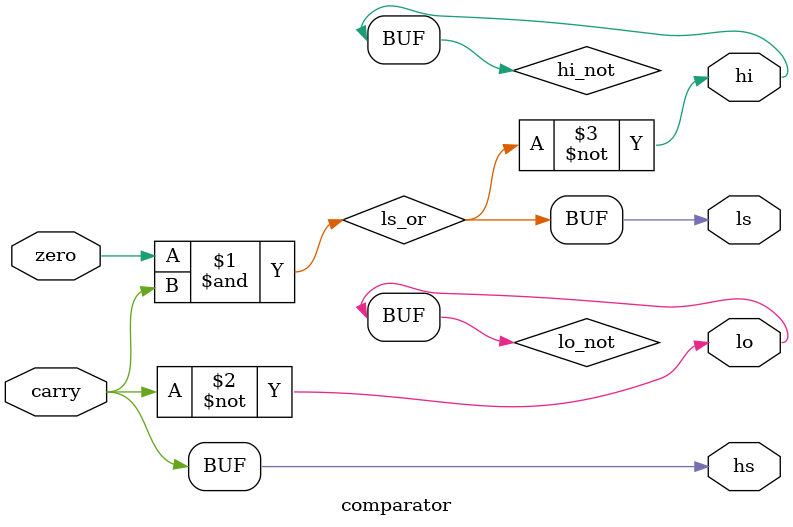
<source format=sv>
module comparator #(parameter width = 4)
		   (input logic zero,carry,
		    output logic hs,ls,hi,lo);

  and gate_or1 (ls_or, zero, carry);
  not gate_not1 (lo_not, carry);
  not gate_not2 (hi_not, ls_or);

  assign hs = carry;
  assign ls = ls_or;
  assign hi = hi_not;
  assign lo = lo_not;

endmodule
</source>
